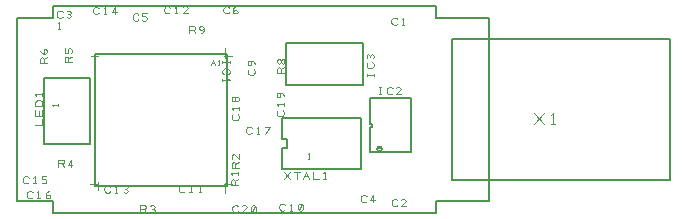
<source format=gbr>
%FSLAX25Y25*%
%MOIN*%
G04 EasyPC Gerber Version 18.0.8 Build 3632 *
%ADD15C,0.00100*%
%ADD13C,0.00197*%
%ADD12C,0.00315*%
%ADD11C,0.00400*%
%ADD10C,0.00500*%
%ADD14C,0.00800*%
X0Y0D02*
D02*
D10*
X36096Y37336D02*
Y59383D01*
X51191*
Y37336*
X45151*
Y37350*
X42198*
Y37336*
X36096*
X52927Y67257D02*
X97021D01*
Y23163*
X52927*
Y67257*
X115328Y45998D02*
X141706D01*
Y29069*
X115328*
Y36057*
X116805*
Y39009*
X115328*
Y45998*
X144659Y52494D02*
X158439D01*
Y34777*
X144659*
Y43143*
X145151*
Y44128*
X144659*
Y52494*
X146982Y35604D02*
G75*
G03X148635I827D01*
G01*
G75*
G03X146982I-827*
G01*
G36*
G75*
G03X148635I827*
G01*
G75*
G03X146982I-827*
G01*
G37*
X166667Y14305D02*
X38814D01*
Y18242*
X27003*
Y79462*
X38814*
Y83399*
X166667*
Y79462*
X184423*
Y18242*
X166667*
Y14305*
X171824Y25230D02*
Y72474D01*
X244659*
Y25230*
X171824*
D02*
D11*
X54108Y23950D02*
X51155D01*
X54108Y24738D02*
Y21982D01*
Y66667D02*
X51549D01*
X95840Y23950D02*
X98793D01*
X95840Y66667D02*
X98793D01*
X96234Y24344D02*
Y20998D01*
Y66076D02*
Y69226D01*
X199383Y43884D02*
X202509Y47634D01*
X199383D02*
X202509Y43884D01*
X205009D02*
X206259D01*
X205633D02*
Y47634D01*
X205009Y47009*
D02*
D12*
X91706Y63690D02*
X92322Y65166D01*
X92937Y63690*
X91952Y64305D02*
X92691D01*
X93921Y63690D02*
X94413D01*
X94167D02*
Y65166D01*
X93921Y64920*
D02*
D13*
X30880Y24541D02*
X30683Y24344D01*
X30289Y24147*
X29698*
X29305Y24344*
X29108Y24541*
X28911Y24935*
Y25722*
X29108Y26116*
X29305Y26313*
X29698Y26509*
X30289*
X30683Y26313*
X30880Y26116*
X32454Y24147D02*
X33242D01*
X32848D02*
Y26509D01*
X32454Y26116*
X35210Y24344D02*
X35604Y24147D01*
X36194*
X36588Y24344*
X36785Y24738*
Y24935*
X36588Y25328*
X36194Y25525*
X35210*
Y26509*
X36785*
X32155Y19647D02*
X31958Y19450D01*
X31565Y19254*
X30974*
X30580Y19450*
X30383Y19647*
X30187Y20041*
Y20828*
X30383Y21222*
X30580Y21419*
X30974Y21616*
X31565*
X31958Y21419*
X32155Y21222*
X33730Y19254D02*
X34517D01*
X34124D02*
Y21616D01*
X33730Y21222*
X36486Y19844D02*
X36683Y20238D01*
X37076Y20435*
X37470*
X37864Y20238*
X38061Y19844*
X37864Y19450*
X37470Y19254*
X37076*
X36683Y19450*
X36486Y19844*
Y20435*
X36683Y21025*
X37076Y21419*
X37470Y21616*
X33045Y43635D02*
X35407D01*
Y45604*
Y46785D02*
X33045D01*
Y48754*
X34226Y48360D02*
Y46785D01*
X35407D02*
Y48754D01*
Y49935D02*
X33045D01*
Y51116*
X33242Y51509*
X33439Y51706*
X33832Y51903*
X34620*
X35013Y51706*
X35210Y51509*
X35407Y51116*
Y49935*
Y53478D02*
Y54265D01*
Y53872D02*
X33045D01*
X33439Y53478*
X36982Y64305D02*
X34620D01*
Y65683*
X34817Y66076*
X35210Y66273*
X35604Y66076*
X35801Y65683*
Y64305*
Y65683D02*
X36982Y66273D01*
X36391Y67454D02*
X35998Y67651D01*
X35801Y68045*
Y68439*
X35998Y68832*
X36391Y69029*
X36785Y68832*
X36982Y68439*
Y68045*
X36785Y67651*
X36391Y67454*
X35801*
X35210Y67651*
X34817Y68045*
X34620Y68439*
X42165Y79716D02*
X41968Y79519D01*
X41574Y79322*
X40984*
X40590Y79519*
X40393Y79716*
X40196Y80110*
Y80897*
X40393Y81291*
X40590Y81488*
X40984Y81685*
X41574*
X41968Y81488*
X42165Y81291*
X43543Y79519D02*
X43937Y79322D01*
X44330*
X44724Y79519*
X44921Y79913*
X44724Y80307*
X44330Y80504*
X43937*
X44330D02*
X44724Y80700D01*
X44921Y81094*
X44724Y81488*
X44330Y81685*
X43937*
X43543Y81488*
X40590Y75543D02*
X41378D01*
X40984D02*
Y77905D01*
X40590Y77511*
X40722Y29659D02*
Y32021D01*
X42100*
X42494Y31824*
X42691Y31431*
X42494Y31037*
X42100Y30840*
X40722*
X42100D02*
X42691Y29659D01*
X44856D02*
Y32021D01*
X43872Y30446*
X45446*
X45250Y64502D02*
X42887D01*
Y65880*
X43084Y66273*
X43478Y66470*
X43872Y66273*
X44069Y65880*
Y64502*
Y65880D02*
X45250Y66470D01*
X45053Y67651D02*
X45250Y68045D01*
Y68635*
X45053Y69029*
X44659Y69226*
X44462*
X44069Y69029*
X43872Y68635*
Y67651*
X42887*
Y69226*
X54305Y81037D02*
X54108Y80840D01*
X53714Y80643*
X53124*
X52730Y80840*
X52533Y81037*
X52336Y81431*
Y82218*
X52533Y82612*
X52730Y82809*
X53124Y83006*
X53714*
X54108Y82809*
X54305Y82612*
X55880Y80643D02*
X56667D01*
X56273D02*
Y83006D01*
X55880Y82612*
X59620Y80643D02*
Y83006D01*
X58635Y81431*
X60210*
X58031Y21527D02*
X57834Y21330D01*
X57441Y21133*
X56850*
X56456Y21330*
X56259Y21527*
X56063Y21921*
Y22708*
X56259Y23102*
X56456Y23299*
X56850Y23496*
X57441*
X57834Y23299*
X58031Y23102*
X59606Y21133D02*
X60393D01*
X60000D02*
Y23496D01*
X59606Y23102*
X62559Y21330D02*
X62952Y21133D01*
X63346*
X63740Y21330*
X63937Y21724*
X63740Y22118*
X63346Y22315*
X62952*
X63346D02*
X63740Y22511D01*
X63937Y22905*
X63740Y23299*
X63346Y23496*
X62952*
X62559Y23299*
X67441Y78850D02*
X67244Y78653D01*
X66850Y78456*
X66259*
X65866Y78653*
X65669Y78850*
X65472Y79244*
Y80031*
X65669Y80425*
X65866Y80622*
X66259Y80819*
X66850*
X67244Y80622*
X67441Y80425*
X68622Y78653D02*
X69015Y78456D01*
X69606*
X70000Y78653*
X70196Y79047*
Y79244*
X70000Y79637*
X69606Y79834*
X68622*
Y80819*
X70196*
X68084Y14502D02*
Y16864D01*
X69462*
X69856Y16667*
X70053Y16273*
X69856Y15880*
X69462Y15683*
X68084*
X69462D02*
X70053Y14502D01*
X71431Y14698D02*
X71824Y14502D01*
X72218*
X72612Y14698*
X72809Y15092*
X72612Y15486*
X72218Y15683*
X71824*
X72218D02*
X72612Y15880D01*
X72809Y16273*
X72612Y16667*
X72218Y16864*
X71824*
X71431Y16667*
X77927Y81234D02*
X77730Y81037D01*
X77336Y80840*
X76746*
X76352Y81037*
X76155Y81234*
X75958Y81628*
Y82415*
X76155Y82809*
X76352Y83006*
X76746Y83202*
X77336*
X77730Y83006*
X77927Y82809*
X79502Y80840D02*
X80289D01*
X79895D02*
Y83202D01*
X79502Y82809*
X83832Y80840D02*
X82257D01*
X83635Y82218*
X83832Y82612*
X83635Y83006*
X83242Y83202*
X82651*
X82257Y83006*
X82848Y21588D02*
X82651Y21391D01*
X82257Y21194*
X81667*
X81273Y21391*
X81076Y21588*
X80880Y21982*
Y22769*
X81076Y23163*
X81273Y23360*
X81667Y23557*
X82257*
X82651Y23360*
X82848Y23163*
X84423Y21194D02*
X85210D01*
X84817D02*
Y23557D01*
X84423Y23163*
X87572Y21194D02*
X88360D01*
X87966D02*
Y23557D01*
X87572Y23163*
X84423Y74147D02*
Y76509D01*
X85801*
X86194Y76313*
X86391Y75919*
X86194Y75525*
X85801Y75328*
X84423*
X85801D02*
X86391Y74147D01*
X88163D02*
X88557Y74344D01*
X88950Y74738*
X89147Y75328*
Y75919*
X88950Y76313*
X88557Y76509*
X88163*
X87769Y76313*
X87572Y75919*
X87769Y75525*
X88163Y75328*
X88557*
X88950Y75525*
X89147Y75919*
X95446Y65092D02*
Y64305D01*
Y64698D02*
X97809D01*
Y65092D02*
Y64305D01*
X95840Y60565D02*
X95643Y60761D01*
X95446Y61155*
Y61746*
X95643Y62139*
X95840Y62336*
X96234Y62533*
X97021*
X97415Y62336*
X97612Y62139*
X97809Y61746*
Y61155*
X97612Y60761*
X97415Y60565*
X95446Y58990D02*
Y58202D01*
Y58596D02*
X97809D01*
X97415Y58990*
X97716Y81212D02*
X97519Y81015D01*
X97126Y80819*
X96535*
X96141Y81015*
X95944Y81212*
X95748Y81606*
Y82393*
X95944Y82787*
X96141Y82984*
X96535Y83181*
X97126*
X97519Y82984*
X97716Y82787*
X98897Y81409D02*
X99094Y81803D01*
X99488Y82000*
X99881*
X100275Y81803*
X100472Y81409*
X100275Y81015*
X99881Y80819*
X99488*
X99094Y81015*
X98897Y81409*
Y82000*
X99094Y82590*
X99488Y82984*
X99881Y83181*
X100708Y14913D02*
X100511Y14716D01*
X100118Y14519*
X99527*
X99133Y14716*
X98937Y14913*
X98740Y15307*
Y16094*
X98937Y16488*
X99133Y16685*
X99527Y16881*
X100118*
X100511Y16685*
X100708Y16488*
X103464Y14519D02*
X101889D01*
X103267Y15897*
X103464Y16291*
X103267Y16685*
X102874Y16881*
X102283*
X101889Y16685*
X105236Y14716D02*
X105630Y14519D01*
X106023*
X106417Y14716*
X106614Y15110*
Y16291*
X106417Y16685*
X106023Y16881*
X105630*
X105236Y16685*
X105039Y16291*
Y15110*
X105236Y14716*
X106417Y16685*
X100761Y23557D02*
X98399D01*
Y24935*
X98596Y25328*
X98990Y25525*
X99383Y25328*
X99580Y24935*
Y23557*
Y24935D02*
X100761Y25525D01*
Y27100D02*
Y27887D01*
Y27494D02*
X98399D01*
X98793Y27100*
X100958Y29265D02*
X98596D01*
Y30643*
X98793Y31037*
X99187Y31234*
X99580Y31037*
X99777Y30643*
Y29265*
Y30643D02*
X100958Y31234D01*
Y33990D02*
Y32415D01*
X99580Y33793*
X99187Y33990*
X98793Y33793*
X98596Y33399*
Y32809*
X98793Y32415*
X100565Y47179D02*
X100761Y46982D01*
X100958Y46588*
Y45998*
X100761Y45604*
X100565Y45407*
X100171Y45210*
X99383*
X98990Y45407*
X98793Y45604*
X98596Y45998*
Y46588*
X98793Y46982*
X98990Y47179*
X100958Y48754D02*
Y49541D01*
Y49147D02*
X98596D01*
X98990Y48754*
X99777Y52100D02*
Y52494D01*
X99580Y52887*
X99187Y53084*
X98793Y52887*
X98596Y52494*
Y52100*
X98793Y51706*
X99187Y51509*
X99580Y51706*
X99777Y52100*
X99974Y51706*
X100368Y51509*
X100761Y51706*
X100958Y52100*
Y52494*
X100761Y52887*
X100368Y53084*
X99974Y52887*
X99777Y52494*
X105289Y41076D02*
X105092Y40880D01*
X104698Y40683*
X104108*
X103714Y40880*
X103517Y41076*
X103320Y41470*
Y42257*
X103517Y42651*
X103714Y42848*
X104108Y43045*
X104698*
X105092Y42848*
X105289Y42651*
X106864Y40683D02*
X107651D01*
X107257D02*
Y43045D01*
X106864Y42651*
X109620Y40683D02*
X111194Y43045D01*
X109620*
X105880Y62336D02*
X106076Y62139D01*
X106273Y61746*
Y61155*
X106076Y60761*
X105880Y60565*
X105486Y60368*
X104698*
X104305Y60565*
X104108Y60761*
X103911Y61155*
Y61746*
X104108Y62139*
X104305Y62336*
X106273Y64108D02*
X106076Y64502D01*
X105683Y64895*
X105092Y65092*
X104502*
X104108Y64895*
X103911Y64502*
Y64108*
X104108Y63714*
X104502Y63517*
X104895Y63714*
X105092Y64108*
Y64502*
X104895Y64895*
X104502Y65092*
X116313Y15486D02*
X116116Y15289D01*
X115722Y15092*
X115131*
X114738Y15289*
X114541Y15486*
X114344Y15880*
Y16667*
X114541Y17061*
X114738Y17257*
X115131Y17454*
X115722*
X116116Y17257*
X116313Y17061*
X117887Y15092D02*
X118675D01*
X118281D02*
Y17454D01*
X117887Y17061*
X120840Y15289D02*
X121234Y15092D01*
X121628*
X122021Y15289*
X122218Y15683*
Y16864*
X122021Y17257*
X121628Y17454*
X121234*
X120840Y17257*
X120643Y16864*
Y15683*
X120840Y15289*
X122021Y17257*
X116116Y25722D02*
X118084Y28084D01*
X116116D02*
X118084Y25722D01*
X120250D02*
Y28084D01*
X119265D02*
X121234D01*
X122415Y25722D02*
X123399Y28084D01*
X124383Y25722*
X122809Y26706D02*
X123990D01*
X125565Y28084D02*
Y25722D01*
X127533*
X129108D02*
X129895D01*
X129502D02*
Y28084D01*
X129108Y27691*
X115525Y48557D02*
X115722Y48360D01*
X115919Y47966*
Y47376*
X115722Y46982*
X115525Y46785*
X115131Y46588*
X114344*
X113950Y46785*
X113754Y46982*
X113557Y47376*
Y47966*
X113754Y48360*
X113950Y48557*
X115919Y50131D02*
Y50919D01*
Y50525D02*
X113557D01*
X113950Y50131*
X115919Y53478D02*
X115722Y53872D01*
X115328Y54265*
X114738Y54462*
X114147*
X113754Y54265*
X113557Y53872*
Y53478*
X113754Y53084*
X114147Y52887*
X114541Y53084*
X114738Y53478*
Y53872*
X114541Y54265*
X114147Y54462*
X116116Y60958D02*
X113754D01*
Y62336*
X113950Y62730*
X114344Y62927*
X114738Y62730*
X114935Y62336*
Y60958*
Y62336D02*
X116116Y62927D01*
X114935Y64698D02*
Y65092D01*
X114738Y65486*
X114344Y65683*
X113950Y65486*
X113754Y65092*
Y64698*
X113950Y64305*
X114344Y64108*
X114738Y64305*
X114935Y64698*
X115131Y64305*
X115525Y64108*
X115919Y64305*
X116116Y64698*
Y65092*
X115919Y65486*
X115525Y65683*
X115131Y65486*
X114935Y65092*
X143504Y18259D02*
X143307Y18063D01*
X142913Y17866*
X142322*
X141929Y18063*
X141732Y18259*
X141535Y18653*
Y19441*
X141732Y19834*
X141929Y20031*
X142322Y20228*
X142913*
X143307Y20031*
X143504Y19834*
X145669Y17866D02*
Y20228D01*
X144685Y18653*
X146259*
X145840Y59974D02*
Y60761D01*
Y60368D02*
X143478D01*
Y59974D02*
Y60761D01*
X145446Y64502D02*
X145643Y64305D01*
X145840Y63911*
Y63320*
X145643Y62927*
X145446Y62730*
X145053Y62533*
X144265*
X143872Y62730*
X143675Y62927*
X143478Y63320*
Y63911*
X143675Y64305*
X143872Y64502*
X145643Y65880D02*
X145840Y66273D01*
Y66667*
X145643Y67061*
X145250Y67257*
X144856Y67061*
X144659Y66667*
Y66273*
Y66667D02*
X144462Y67061D01*
X144069Y67257*
X143675Y67061*
X143478Y66667*
Y66273*
X143675Y65880*
X147612Y53872D02*
X148399D01*
X148006D02*
Y56234D01*
X147612D02*
X148399D01*
X152139Y54265D02*
X151943Y54069D01*
X151549Y53872*
X150958*
X150565Y54069*
X150368Y54265*
X150171Y54659*
Y55446*
X150368Y55840*
X150565Y56037*
X150958Y56234*
X151549*
X151943Y56037*
X152139Y55840*
X154895Y53872D02*
X153320D01*
X154698Y55250*
X154895Y55643*
X154698Y56037*
X154305Y56234*
X153714*
X153320Y56037*
X153740Y77433D02*
X153543Y77236D01*
X153149Y77039*
X152559*
X152165Y77236*
X151968Y77433*
X151771Y77826*
Y78614*
X151968Y79007*
X152165Y79204*
X152559Y79401*
X153149*
X153543Y79204*
X153740Y79007*
X155315Y77039D02*
X156102D01*
X155708D02*
Y79401D01*
X155315Y79007*
X153779Y16921D02*
X153582Y16724D01*
X153189Y16527*
X152598*
X152204Y16724*
X152007Y16921*
X151811Y17315*
Y18102*
X152007Y18496*
X152204Y18693*
X152598Y18889*
X153189*
X153582Y18693*
X153779Y18496*
X156535Y16527D02*
X154960D01*
X156338Y17905*
X156535Y18299*
X156338Y18693*
X155944Y18889*
X155354*
X154960Y18693*
D02*
D14*
X116602Y70911D02*
X142402D01*
Y56911*
X116602*
Y70911*
D02*
D15*
X40531Y49979D02*
Y50604D01*
Y50291D02*
X38656D01*
X38969Y49979*
X123834Y32382D02*
X124459D01*
X124147D02*
Y34257D01*
X123834Y33944*
X0Y0D02*
M02*

</source>
